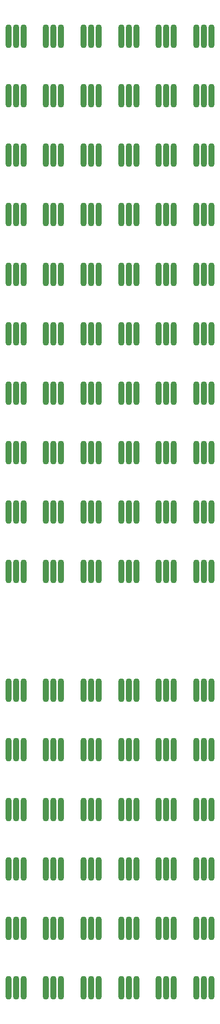
<source format=gts>
G04*
G04 #@! TF.GenerationSoftware,Altium Limited,Altium Designer,24.3.1 (35)*
G04*
G04 Layer_Color=8388736*
%FSLAX44Y44*%
%MOMM*%
G71*
G04*
G04 #@! TF.SameCoordinates,1BDE854F-DA14-4799-BA7A-88DB7AD7D6F1*
G04*
G04*
G04 #@! TF.FilePolarity,Negative*
G04*
G01*
G75*
%ADD14O,1.0922X4.0032*%
D14*
X34290Y422630D02*
D03*
X21590D02*
D03*
X8890D02*
D03*
X34290Y122630D02*
D03*
X21590D02*
D03*
X8890D02*
D03*
X34290Y222630D02*
D03*
X21590D02*
D03*
X8890D02*
D03*
X34290Y322630D02*
D03*
X21590D02*
D03*
X8890D02*
D03*
X34290Y722630D02*
D03*
X21590D02*
D03*
X8890D02*
D03*
X34290Y522630D02*
D03*
X21590D02*
D03*
X8890D02*
D03*
X34290Y1622630D02*
D03*
X21590D02*
D03*
X8890D02*
D03*
X34290Y1322630D02*
D03*
X21590D02*
D03*
X8890D02*
D03*
X34290Y822630D02*
D03*
X21590D02*
D03*
X8890D02*
D03*
X34290Y1022630D02*
D03*
X21590D02*
D03*
X8890D02*
D03*
X34290Y1222630D02*
D03*
X21590D02*
D03*
X8890D02*
D03*
X34290Y1422630D02*
D03*
X21590D02*
D03*
X8890D02*
D03*
X34290Y1522630D02*
D03*
X21590D02*
D03*
X8890D02*
D03*
X34290Y1122630D02*
D03*
X21590D02*
D03*
X8890D02*
D03*
X34290Y922630D02*
D03*
X21590D02*
D03*
X8890D02*
D03*
Y22630D02*
D03*
X21590D02*
D03*
X34290D02*
D03*
X97470Y422630D02*
D03*
X84770D02*
D03*
X72070D02*
D03*
X97470Y122630D02*
D03*
X84770D02*
D03*
X72070D02*
D03*
X97470Y222630D02*
D03*
X84770D02*
D03*
X72070D02*
D03*
X97470Y322630D02*
D03*
X84770D02*
D03*
X72070D02*
D03*
X97470Y722630D02*
D03*
X84770D02*
D03*
X72070D02*
D03*
X97470Y522630D02*
D03*
X84770D02*
D03*
X72070D02*
D03*
X97470Y1622630D02*
D03*
X84770D02*
D03*
X72070D02*
D03*
X97470Y1322630D02*
D03*
X84770D02*
D03*
X72070D02*
D03*
X97470Y822630D02*
D03*
X84770D02*
D03*
X72070D02*
D03*
X97470Y1022630D02*
D03*
X84770D02*
D03*
X72070D02*
D03*
X97470Y1222630D02*
D03*
X84770D02*
D03*
X72070D02*
D03*
X97470Y1422630D02*
D03*
X84770D02*
D03*
X72070D02*
D03*
X97470Y1522630D02*
D03*
X84770D02*
D03*
X72070D02*
D03*
X97470Y1122630D02*
D03*
X84770D02*
D03*
X72070D02*
D03*
X97470Y922630D02*
D03*
X84770D02*
D03*
X72070D02*
D03*
Y22630D02*
D03*
X84770D02*
D03*
X97470D02*
D03*
X160650Y422630D02*
D03*
X147950D02*
D03*
X135250D02*
D03*
X160650Y122630D02*
D03*
X147950D02*
D03*
X135250D02*
D03*
X160650Y222630D02*
D03*
X147950D02*
D03*
X135250D02*
D03*
X160650Y322630D02*
D03*
X147950D02*
D03*
X135250D02*
D03*
X160650Y722630D02*
D03*
X147950D02*
D03*
X135250D02*
D03*
X160650Y522630D02*
D03*
X147950D02*
D03*
X135250D02*
D03*
X160650Y1622630D02*
D03*
X147950D02*
D03*
X135250D02*
D03*
X160650Y1322630D02*
D03*
X147950D02*
D03*
X135250D02*
D03*
X160650Y822630D02*
D03*
X147950D02*
D03*
X135250D02*
D03*
X160650Y1022630D02*
D03*
X147950D02*
D03*
X135250D02*
D03*
X160650Y1222630D02*
D03*
X147950D02*
D03*
X135250D02*
D03*
X160650Y1422630D02*
D03*
X147950D02*
D03*
X135250D02*
D03*
X160650Y1522630D02*
D03*
X147950D02*
D03*
X135250D02*
D03*
X160650Y1122630D02*
D03*
X147950D02*
D03*
X135250D02*
D03*
X160650Y922630D02*
D03*
X147950D02*
D03*
X135250D02*
D03*
Y22630D02*
D03*
X147950D02*
D03*
X160650D02*
D03*
X223830Y422630D02*
D03*
X211130D02*
D03*
X198430D02*
D03*
X223830Y122630D02*
D03*
X211130D02*
D03*
X198430D02*
D03*
X223830Y222630D02*
D03*
X211130D02*
D03*
X198430D02*
D03*
X223830Y322630D02*
D03*
X211130D02*
D03*
X198430D02*
D03*
X223830Y722630D02*
D03*
X211130D02*
D03*
X198430D02*
D03*
X223830Y522630D02*
D03*
X211130D02*
D03*
X198430D02*
D03*
X223830Y1622630D02*
D03*
X211130D02*
D03*
X198430D02*
D03*
X223830Y1322630D02*
D03*
X211130D02*
D03*
X198430D02*
D03*
X223830Y822630D02*
D03*
X211130D02*
D03*
X198430D02*
D03*
X223830Y1022630D02*
D03*
X211130D02*
D03*
X198430D02*
D03*
X223830Y1222630D02*
D03*
X211130D02*
D03*
X198430D02*
D03*
X223830Y1422630D02*
D03*
X211130D02*
D03*
X198430D02*
D03*
X223830Y1522630D02*
D03*
X211130D02*
D03*
X198430D02*
D03*
X223830Y1122630D02*
D03*
X211130D02*
D03*
X198430D02*
D03*
X223830Y922630D02*
D03*
X211130D02*
D03*
X198430D02*
D03*
Y22630D02*
D03*
X211130D02*
D03*
X223830D02*
D03*
X287010Y422630D02*
D03*
X274310D02*
D03*
X261610D02*
D03*
X287010Y122630D02*
D03*
X274310D02*
D03*
X261610D02*
D03*
X287010Y222630D02*
D03*
X274310D02*
D03*
X261610D02*
D03*
X287010Y322630D02*
D03*
X274310D02*
D03*
X261610D02*
D03*
X287010Y722630D02*
D03*
X274310D02*
D03*
X261610D02*
D03*
X287010Y522630D02*
D03*
X274310D02*
D03*
X261610D02*
D03*
X287010Y1622630D02*
D03*
X274310D02*
D03*
X261610D02*
D03*
X287010Y1322630D02*
D03*
X274310D02*
D03*
X261610D02*
D03*
X287010Y822630D02*
D03*
X274310D02*
D03*
X261610D02*
D03*
X287010Y1022630D02*
D03*
X274310D02*
D03*
X261610D02*
D03*
X287010Y1222630D02*
D03*
X274310D02*
D03*
X261610D02*
D03*
X287010Y1422630D02*
D03*
X274310D02*
D03*
X261610D02*
D03*
X287010Y1522630D02*
D03*
X274310D02*
D03*
X261610D02*
D03*
X287010Y1122630D02*
D03*
X274310D02*
D03*
X261610D02*
D03*
X287010Y922630D02*
D03*
X274310D02*
D03*
X261610D02*
D03*
Y22630D02*
D03*
X274310D02*
D03*
X287010D02*
D03*
X350190Y422630D02*
D03*
X337490D02*
D03*
X324790D02*
D03*
X350190Y122630D02*
D03*
X337490D02*
D03*
X324790D02*
D03*
X350190Y222630D02*
D03*
X337490D02*
D03*
X324790D02*
D03*
X350190Y322630D02*
D03*
X337490D02*
D03*
X324790D02*
D03*
X350190Y722630D02*
D03*
X337490D02*
D03*
X324790D02*
D03*
X350190Y522630D02*
D03*
X337490D02*
D03*
X324790D02*
D03*
X350190Y1622630D02*
D03*
X337490D02*
D03*
X324790D02*
D03*
X350190Y1322630D02*
D03*
X337490D02*
D03*
X324790D02*
D03*
X350190Y822630D02*
D03*
X337490D02*
D03*
X324790D02*
D03*
X350190Y1022630D02*
D03*
X337490D02*
D03*
X324790D02*
D03*
X350190Y1222630D02*
D03*
X337490D02*
D03*
X324790D02*
D03*
X350190Y1422630D02*
D03*
X337490D02*
D03*
X324790D02*
D03*
X350190Y1522630D02*
D03*
X337490D02*
D03*
X324790D02*
D03*
X350190Y1122630D02*
D03*
X337490D02*
D03*
X324790D02*
D03*
X350190Y922630D02*
D03*
X337490D02*
D03*
X324790D02*
D03*
Y22630D02*
D03*
X337490D02*
D03*
X350190D02*
D03*
M02*

</source>
